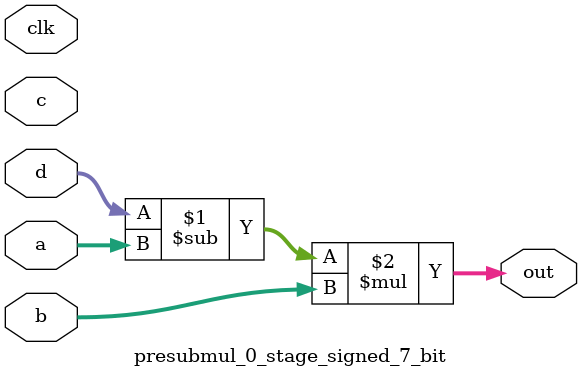
<source format=sv>
(* use_dsp = "yes" *) module presubmul_0_stage_signed_7_bit(
	input signed [6:0] a,
	input signed [6:0] b,
	input signed [6:0] c,
	input signed [6:0] d,
	output [6:0] out,
	input clk);

	assign out = (d - a) * b;
endmodule

</source>
